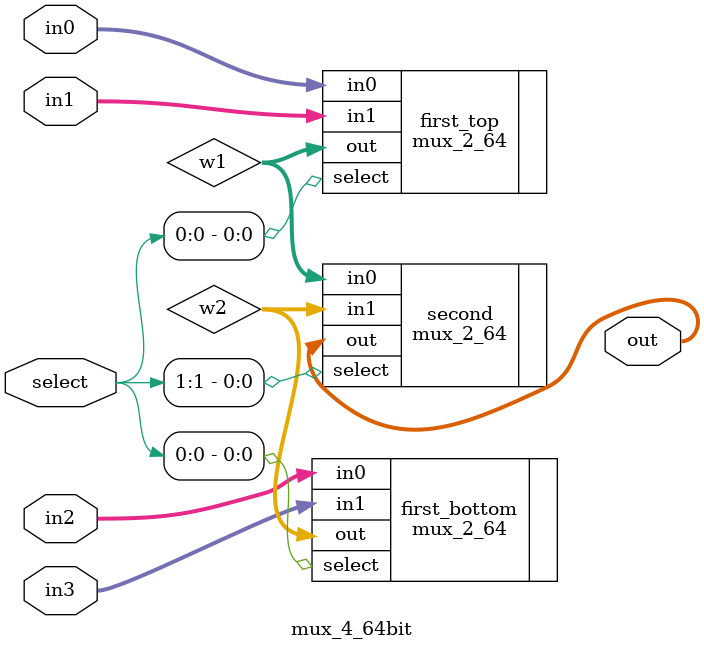
<source format=v>
module mux_4_64bit(select, in0, in1, in2, in3, out);
	input [ 1 : 0 ] select;
	input [ 63 : 0 ] in0, in1, in2, in3;
	output [ 63 : 0 ] out;
	wire [ 63 : 0 ] w1, w2;
	mux_2_64 first_top(. select (select[0]), . in0 (in0), . in1 (in1), . out (w1));
	mux_2_64 first_bottom(. select (select[0]), . in0 (in2), . in1 (in3), . out (w2));
	mux_2_64 second(. select (select[1]), . in0 (w1), . in1 (w2), . out (out));
endmodule
</source>
